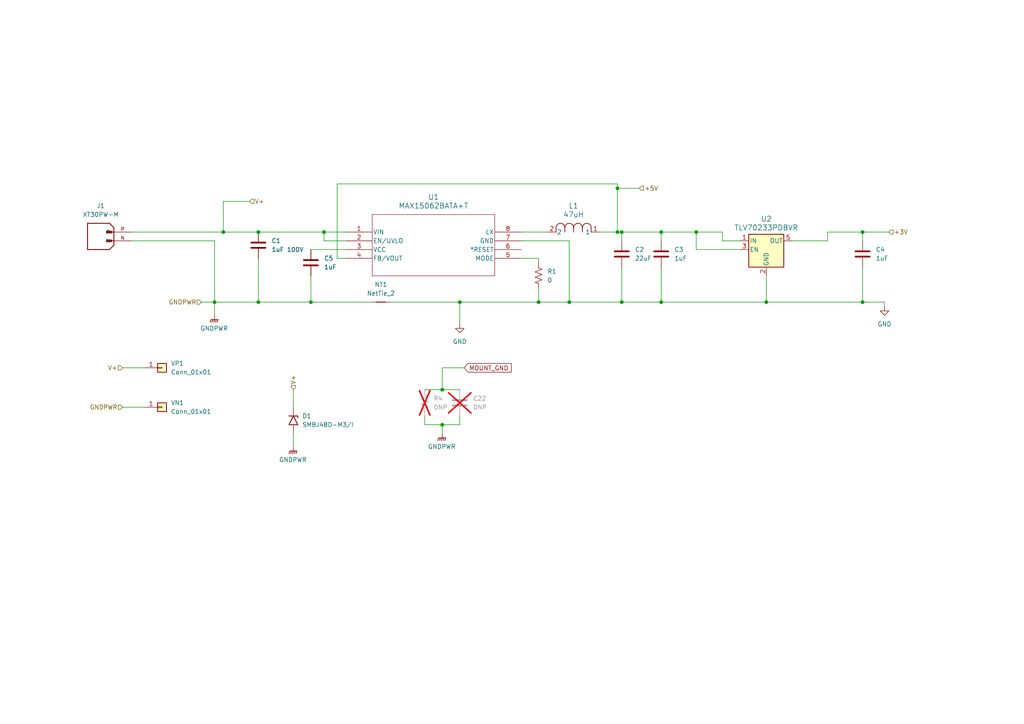
<source format=kicad_sch>
(kicad_sch (version 20230121) (generator eeschema)

  (uuid dcfe6608-41fa-4034-9093-9c6d47fe603e)

  (paper "A4")

  (title_block
    (title "moteus-c1")
    (rev "1.2")
  )

  (lib_symbols
    (symbol "Connector_Generic:Conn_01x01" (pin_names (offset 1.016) hide) (in_bom yes) (on_board yes)
      (property "Reference" "J" (at 0 2.54 0)
        (effects (font (size 1.27 1.27)))
      )
      (property "Value" "Conn_01x01" (at 0 -2.54 0)
        (effects (font (size 1.27 1.27)))
      )
      (property "Footprint" "" (at 0 0 0)
        (effects (font (size 1.27 1.27)) hide)
      )
      (property "Datasheet" "~" (at 0 0 0)
        (effects (font (size 1.27 1.27)) hide)
      )
      (property "ki_keywords" "connector" (at 0 0 0)
        (effects (font (size 1.27 1.27)) hide)
      )
      (property "ki_description" "Generic connector, single row, 01x01, script generated (kicad-library-utils/schlib/autogen/connector/)" (at 0 0 0)
        (effects (font (size 1.27 1.27)) hide)
      )
      (property "ki_fp_filters" "Connector*:*_1x??_*" (at 0 0 0)
        (effects (font (size 1.27 1.27)) hide)
      )
      (symbol "Conn_01x01_1_1"
        (rectangle (start -1.27 0.127) (end 0 -0.127)
          (stroke (width 0.1524) (type default))
          (fill (type none))
        )
        (rectangle (start -1.27 1.27) (end 1.27 -1.27)
          (stroke (width 0.254) (type default))
          (fill (type background))
        )
        (pin passive line (at -5.08 0 0) (length 3.81)
          (name "Pin_1" (effects (font (size 1.27 1.27))))
          (number "1" (effects (font (size 1.27 1.27))))
        )
      )
    )
    (symbol "Device:C" (pin_numbers hide) (pin_names (offset 0.254)) (in_bom yes) (on_board yes)
      (property "Reference" "C" (at 0.635 2.54 0)
        (effects (font (size 1.27 1.27)) (justify left))
      )
      (property "Value" "C" (at 0.635 -2.54 0)
        (effects (font (size 1.27 1.27)) (justify left))
      )
      (property "Footprint" "" (at 0.9652 -3.81 0)
        (effects (font (size 1.27 1.27)) hide)
      )
      (property "Datasheet" "~" (at 0 0 0)
        (effects (font (size 1.27 1.27)) hide)
      )
      (property "ki_keywords" "cap capacitor" (at 0 0 0)
        (effects (font (size 1.27 1.27)) hide)
      )
      (property "ki_description" "Unpolarized capacitor" (at 0 0 0)
        (effects (font (size 1.27 1.27)) hide)
      )
      (property "ki_fp_filters" "C_*" (at 0 0 0)
        (effects (font (size 1.27 1.27)) hide)
      )
      (symbol "C_0_1"
        (polyline
          (pts
            (xy -2.032 -0.762)
            (xy 2.032 -0.762)
          )
          (stroke (width 0.508) (type default))
          (fill (type none))
        )
        (polyline
          (pts
            (xy -2.032 0.762)
            (xy 2.032 0.762)
          )
          (stroke (width 0.508) (type default))
          (fill (type none))
        )
      )
      (symbol "C_1_1"
        (pin passive line (at 0 3.81 270) (length 2.794)
          (name "~" (effects (font (size 1.27 1.27))))
          (number "1" (effects (font (size 1.27 1.27))))
        )
        (pin passive line (at 0 -3.81 90) (length 2.794)
          (name "~" (effects (font (size 1.27 1.27))))
          (number "2" (effects (font (size 1.27 1.27))))
        )
      )
    )
    (symbol "Device:NetTie_2" (pin_numbers hide) (pin_names (offset 0) hide) (in_bom no) (on_board yes)
      (property "Reference" "NT" (at 0 1.27 0)
        (effects (font (size 1.27 1.27)))
      )
      (property "Value" "NetTie_2" (at 0 -1.27 0)
        (effects (font (size 1.27 1.27)))
      )
      (property "Footprint" "" (at 0 0 0)
        (effects (font (size 1.27 1.27)) hide)
      )
      (property "Datasheet" "~" (at 0 0 0)
        (effects (font (size 1.27 1.27)) hide)
      )
      (property "ki_keywords" "net tie short" (at 0 0 0)
        (effects (font (size 1.27 1.27)) hide)
      )
      (property "ki_description" "Net tie, 2 pins" (at 0 0 0)
        (effects (font (size 1.27 1.27)) hide)
      )
      (property "ki_fp_filters" "Net*Tie*" (at 0 0 0)
        (effects (font (size 1.27 1.27)) hide)
      )
      (symbol "NetTie_2_0_1"
        (polyline
          (pts
            (xy -1.27 0)
            (xy 1.27 0)
          )
          (stroke (width 0.254) (type default))
          (fill (type none))
        )
      )
      (symbol "NetTie_2_1_1"
        (pin passive line (at -2.54 0 0) (length 2.54)
          (name "1" (effects (font (size 1.27 1.27))))
          (number "1" (effects (font (size 1.27 1.27))))
        )
        (pin passive line (at 2.54 0 180) (length 2.54)
          (name "2" (effects (font (size 1.27 1.27))))
          (number "2" (effects (font (size 1.27 1.27))))
        )
      )
    )
    (symbol "Device:R_US" (pin_numbers hide) (pin_names (offset 0)) (in_bom yes) (on_board yes)
      (property "Reference" "R" (at 2.54 0 90)
        (effects (font (size 1.27 1.27)))
      )
      (property "Value" "R_US" (at -2.54 0 90)
        (effects (font (size 1.27 1.27)))
      )
      (property "Footprint" "" (at 1.016 -0.254 90)
        (effects (font (size 1.27 1.27)) hide)
      )
      (property "Datasheet" "~" (at 0 0 0)
        (effects (font (size 1.27 1.27)) hide)
      )
      (property "ki_keywords" "R res resistor" (at 0 0 0)
        (effects (font (size 1.27 1.27)) hide)
      )
      (property "ki_description" "Resistor, US symbol" (at 0 0 0)
        (effects (font (size 1.27 1.27)) hide)
      )
      (property "ki_fp_filters" "R_*" (at 0 0 0)
        (effects (font (size 1.27 1.27)) hide)
      )
      (symbol "R_US_0_1"
        (polyline
          (pts
            (xy 0 -2.286)
            (xy 0 -2.54)
          )
          (stroke (width 0) (type default))
          (fill (type none))
        )
        (polyline
          (pts
            (xy 0 2.286)
            (xy 0 2.54)
          )
          (stroke (width 0) (type default))
          (fill (type none))
        )
        (polyline
          (pts
            (xy 0 -0.762)
            (xy 1.016 -1.143)
            (xy 0 -1.524)
            (xy -1.016 -1.905)
            (xy 0 -2.286)
          )
          (stroke (width 0) (type default))
          (fill (type none))
        )
        (polyline
          (pts
            (xy 0 0.762)
            (xy 1.016 0.381)
            (xy 0 0)
            (xy -1.016 -0.381)
            (xy 0 -0.762)
          )
          (stroke (width 0) (type default))
          (fill (type none))
        )
        (polyline
          (pts
            (xy 0 2.286)
            (xy 1.016 1.905)
            (xy 0 1.524)
            (xy -1.016 1.143)
            (xy 0 0.762)
          )
          (stroke (width 0) (type default))
          (fill (type none))
        )
      )
      (symbol "R_US_1_1"
        (pin passive line (at 0 3.81 270) (length 1.27)
          (name "~" (effects (font (size 1.27 1.27))))
          (number "1" (effects (font (size 1.27 1.27))))
        )
        (pin passive line (at 0 -3.81 90) (length 1.27)
          (name "~" (effects (font (size 1.27 1.27))))
          (number "2" (effects (font (size 1.27 1.27))))
        )
      )
    )
    (symbol "Diode:SM6T39A" (pin_numbers hide) (pin_names (offset 1.016) hide) (in_bom yes) (on_board yes)
      (property "Reference" "D" (at 0 2.54 0)
        (effects (font (size 1.27 1.27)))
      )
      (property "Value" "SM6T39A" (at 0 -2.54 0)
        (effects (font (size 1.27 1.27)))
      )
      (property "Footprint" "Diode_SMD:D_SMB" (at 0 -5.08 0)
        (effects (font (size 1.27 1.27)) hide)
      )
      (property "Datasheet" "https://www.st.com/resource/en/datasheet/sm6t.pdf" (at -1.27 0 0)
        (effects (font (size 1.27 1.27)) hide)
      )
      (property "ki_keywords" "diode TVS voltage suppressor" (at 0 0 0)
        (effects (font (size 1.27 1.27)) hide)
      )
      (property "ki_description" "600W unidirectional Transil Transient Voltage Suppressor, 39Vrwm, DO-214AA" (at 0 0 0)
        (effects (font (size 1.27 1.27)) hide)
      )
      (property "ki_fp_filters" "D*SMB*" (at 0 0 0)
        (effects (font (size 1.27 1.27)) hide)
      )
      (symbol "SM6T39A_0_1"
        (polyline
          (pts
            (xy -0.762 1.27)
            (xy -1.27 1.27)
            (xy -1.27 -1.27)
          )
          (stroke (width 0.254) (type default))
          (fill (type none))
        )
        (polyline
          (pts
            (xy 1.27 1.27)
            (xy 1.27 -1.27)
            (xy -1.27 0)
            (xy 1.27 1.27)
          )
          (stroke (width 0.254) (type default))
          (fill (type none))
        )
      )
      (symbol "SM6T39A_1_1"
        (pin passive line (at -3.81 0 0) (length 2.54)
          (name "A1" (effects (font (size 1.27 1.27))))
          (number "1" (effects (font (size 1.27 1.27))))
        )
        (pin passive line (at 3.81 0 180) (length 2.54)
          (name "A2" (effects (font (size 1.27 1.27))))
          (number "2" (effects (font (size 1.27 1.27))))
        )
      )
    )
    (symbol "Regulator_Linear:TLV70233_SOT23-5" (pin_names (offset 0.254)) (in_bom yes) (on_board yes)
      (property "Reference" "U" (at -3.81 5.715 0)
        (effects (font (size 1.27 1.27)))
      )
      (property "Value" "TLV70233_SOT23-5" (at 0 5.715 0)
        (effects (font (size 1.27 1.27)) (justify left))
      )
      (property "Footprint" "Package_TO_SOT_SMD:SOT-23-5" (at 0 8.255 0)
        (effects (font (size 1.27 1.27) italic) hide)
      )
      (property "Datasheet" "http://www.ti.com/lit/ds/symlink/tlv702.pdf" (at 0 1.27 0)
        (effects (font (size 1.27 1.27)) hide)
      )
      (property "ki_keywords" "300mA LDO Regulator Fixed Positive" (at 0 0 0)
        (effects (font (size 1.27 1.27)) hide)
      )
      (property "ki_description" "300mA Low Dropout Voltage Regulator, Fixed Output 3.3V, SOT-23-5" (at 0 0 0)
        (effects (font (size 1.27 1.27)) hide)
      )
      (property "ki_fp_filters" "SOT?23*" (at 0 0 0)
        (effects (font (size 1.27 1.27)) hide)
      )
      (symbol "TLV70233_SOT23-5_0_1"
        (rectangle (start -5.08 4.445) (end 5.08 -5.08)
          (stroke (width 0.254) (type default))
          (fill (type background))
        )
      )
      (symbol "TLV70233_SOT23-5_1_1"
        (pin power_in line (at -7.62 2.54 0) (length 2.54)
          (name "IN" (effects (font (size 1.27 1.27))))
          (number "1" (effects (font (size 1.27 1.27))))
        )
        (pin power_in line (at 0 -7.62 90) (length 2.54)
          (name "GND" (effects (font (size 1.27 1.27))))
          (number "2" (effects (font (size 1.27 1.27))))
        )
        (pin input line (at -7.62 0 0) (length 2.54)
          (name "EN" (effects (font (size 1.27 1.27))))
          (number "3" (effects (font (size 1.27 1.27))))
        )
        (pin no_connect line (at 5.08 0 180) (length 2.54) hide
          (name "NC" (effects (font (size 1.27 1.27))))
          (number "4" (effects (font (size 1.27 1.27))))
        )
        (pin power_out line (at 7.62 2.54 180) (length 2.54)
          (name "OUT" (effects (font (size 1.27 1.27))))
          (number "5" (effects (font (size 1.27 1.27))))
        )
      )
    )
    (symbol "moteus:74404042470" (pin_names (offset 0.254)) (in_bom yes) (on_board yes)
      (property "Reference" "L" (at 6.985 5.08 0)
        (effects (font (size 1.524 1.524)))
      )
      (property "Value" "74404042470" (at 6.985 -2.54 0)
        (effects (font (size 1.524 1.524)))
      )
      (property "Footprint" "IND_4018-WE-LQS_WRE" (at 0 0 0)
        (effects (font (size 1.27 1.27) italic) hide)
      )
      (property "Datasheet" "74404042470" (at 0 0 0)
        (effects (font (size 1.27 1.27) italic) hide)
      )
      (property "ki_locked" "" (at 0 0 0)
        (effects (font (size 1.27 1.27)))
      )
      (property "ki_keywords" "74404042470" (at 0 0 0)
        (effects (font (size 1.27 1.27)) hide)
      )
      (property "ki_fp_filters" "IND_4018-WE-LQS_WRE" (at 0 0 0)
        (effects (font (size 1.27 1.27)) hide)
      )
      (symbol "74404042470_1_1"
        (polyline
          (pts
            (xy 2.54 0)
            (xy 2.54 1.27)
          )
          (stroke (width 0.2032) (type default))
          (fill (type none))
        )
        (polyline
          (pts
            (xy 5.08 0)
            (xy 5.08 1.27)
          )
          (stroke (width 0.2032) (type default))
          (fill (type none))
        )
        (polyline
          (pts
            (xy 7.62 0)
            (xy 7.62 1.27)
          )
          (stroke (width 0.2032) (type default))
          (fill (type none))
        )
        (polyline
          (pts
            (xy 10.16 0)
            (xy 10.16 1.27)
          )
          (stroke (width 0.2032) (type default))
          (fill (type none))
        )
        (polyline
          (pts
            (xy 12.7 0)
            (xy 12.7 1.27)
          )
          (stroke (width 0.2032) (type default))
          (fill (type none))
        )
        (arc (start 5.08 1.27) (mid 3.81 2.5345) (end 2.54 1.27)
          (stroke (width 0.2032) (type default))
          (fill (type none))
        )
        (arc (start 7.62 1.27) (mid 6.35 2.5345) (end 5.08 1.27)
          (stroke (width 0.2032) (type default))
          (fill (type none))
        )
        (arc (start 10.16 1.27) (mid 8.89 2.5345) (end 7.62 1.27)
          (stroke (width 0.2032) (type default))
          (fill (type none))
        )
        (arc (start 12.7 1.27) (mid 11.43 2.5345) (end 10.16 1.27)
          (stroke (width 0.2032) (type default))
          (fill (type none))
        )
        (pin unspecified line (at 15.24 0 180) (length 2.54)
          (name "1" (effects (font (size 1.27 1.27))))
          (number "1" (effects (font (size 1.27 1.27))))
        )
        (pin unspecified line (at 0 0 0) (length 2.54)
          (name "2" (effects (font (size 1.27 1.27))))
          (number "2" (effects (font (size 1.27 1.27))))
        )
      )
      (symbol "74404042470_1_2"
        (arc (start -1.27 5.08) (mid -2.5345 3.81) (end -1.27 2.54)
          (stroke (width 0.2032) (type default))
          (fill (type none))
        )
        (arc (start -1.27 7.62) (mid -2.5345 6.35) (end -1.27 5.08)
          (stroke (width 0.2032) (type default))
          (fill (type none))
        )
        (arc (start -1.27 10.16) (mid -2.5345 8.89) (end -1.27 7.62)
          (stroke (width 0.2032) (type default))
          (fill (type none))
        )
        (arc (start -1.27 12.7) (mid -2.5345 11.43) (end -1.27 10.16)
          (stroke (width 0.2032) (type default))
          (fill (type none))
        )
        (polyline
          (pts
            (xy 0 2.54)
            (xy -1.27 2.54)
          )
          (stroke (width 0.2032) (type default))
          (fill (type none))
        )
        (polyline
          (pts
            (xy 0 5.08)
            (xy -1.27 5.08)
          )
          (stroke (width 0.2032) (type default))
          (fill (type none))
        )
        (polyline
          (pts
            (xy 0 7.62)
            (xy -1.27 7.62)
          )
          (stroke (width 0.2032) (type default))
          (fill (type none))
        )
        (polyline
          (pts
            (xy 0 10.16)
            (xy -1.27 10.16)
          )
          (stroke (width 0.2032) (type default))
          (fill (type none))
        )
        (polyline
          (pts
            (xy 0 12.7)
            (xy -1.27 12.7)
          )
          (stroke (width 0.2032) (type default))
          (fill (type none))
        )
        (pin unspecified line (at 0 15.24 270) (length 2.54)
          (name "1" (effects (font (size 1.27 1.27))))
          (number "1" (effects (font (size 1.27 1.27))))
        )
        (pin unspecified line (at 0 0 90) (length 2.54)
          (name "2" (effects (font (size 1.27 1.27))))
          (number "2" (effects (font (size 1.27 1.27))))
        )
      )
    )
    (symbol "moteus:MAX15062BATA+T" (pin_names (offset 0.254)) (in_bom yes) (on_board yes)
      (property "Reference" "U" (at 25.4 10.16 0)
        (effects (font (size 1.524 1.524)))
      )
      (property "Value" "MAX15062BATA+T" (at 25.4 7.62 0)
        (effects (font (size 1.524 1.524)))
      )
      (property "Footprint" "21-0487A_MXM" (at 0 0 0)
        (effects (font (size 1.27 1.27) italic) hide)
      )
      (property "Datasheet" "MAX15062BATA+T" (at 0 0 0)
        (effects (font (size 1.27 1.27) italic) hide)
      )
      (property "ki_locked" "" (at 0 0 0)
        (effects (font (size 1.27 1.27)))
      )
      (property "ki_keywords" "MAX15062BATA+T" (at 0 0 0)
        (effects (font (size 1.27 1.27)) hide)
      )
      (property "ki_fp_filters" "21-0487A_MXM 21-0487A_MXM-M 21-0487A_MXM-L" (at 0 0 0)
        (effects (font (size 1.27 1.27)) hide)
      )
      (symbol "MAX15062BATA+T_0_1"
        (polyline
          (pts
            (xy 7.62 -12.7)
            (xy 43.18 -12.7)
          )
          (stroke (width 0.127) (type default))
          (fill (type none))
        )
        (polyline
          (pts
            (xy 7.62 5.08)
            (xy 7.62 -12.7)
          )
          (stroke (width 0.127) (type default))
          (fill (type none))
        )
        (polyline
          (pts
            (xy 43.18 -12.7)
            (xy 43.18 5.08)
          )
          (stroke (width 0.127) (type default))
          (fill (type none))
        )
        (polyline
          (pts
            (xy 43.18 5.08)
            (xy 7.62 5.08)
          )
          (stroke (width 0.127) (type default))
          (fill (type none))
        )
        (pin input line (at 0 0 0) (length 7.62)
          (name "VIN" (effects (font (size 1.27 1.27))))
          (number "1" (effects (font (size 1.27 1.27))))
        )
        (pin input line (at 0 -2.54 0) (length 7.62)
          (name "EN/UVLO" (effects (font (size 1.27 1.27))))
          (number "2" (effects (font (size 1.27 1.27))))
        )
        (pin power_in line (at 0 -5.08 0) (length 7.62)
          (name "VCC" (effects (font (size 1.27 1.27))))
          (number "3" (effects (font (size 1.27 1.27))))
        )
        (pin bidirectional line (at 0 -7.62 0) (length 7.62)
          (name "FB/VOUT" (effects (font (size 1.27 1.27))))
          (number "4" (effects (font (size 1.27 1.27))))
        )
        (pin input line (at 50.8 -7.62 180) (length 7.62)
          (name "MODE" (effects (font (size 1.27 1.27))))
          (number "5" (effects (font (size 1.27 1.27))))
        )
        (pin output line (at 50.8 -5.08 180) (length 7.62)
          (name "*RESET" (effects (font (size 1.27 1.27))))
          (number "6" (effects (font (size 1.27 1.27))))
        )
        (pin power_in line (at 50.8 -2.54 180) (length 7.62)
          (name "GND" (effects (font (size 1.27 1.27))))
          (number "7" (effects (font (size 1.27 1.27))))
        )
        (pin unspecified line (at 50.8 0 180) (length 7.62)
          (name "LX" (effects (font (size 1.27 1.27))))
          (number "8" (effects (font (size 1.27 1.27))))
        )
      )
    )
    (symbol "moteus:XT30PW-M" (pin_names (offset 1.016)) (in_bom yes) (on_board yes)
      (property "Reference" "J" (at -7.62 3.302 0)
        (effects (font (size 1.27 1.27)) (justify left bottom))
      )
      (property "Value" "XT30PW-M" (at -7.62 -7.62 0)
        (effects (font (size 1.27 1.27)) (justify left bottom))
      )
      (property "Footprint" "XT30PW-M:AMASS_XT30PW-M" (at 0 0 0)
        (effects (font (size 1.27 1.27)) (justify bottom) hide)
      )
      (property "Datasheet" "" (at 0 0 0)
        (effects (font (size 1.27 1.27)) hide)
      )
      (property "MF" "AMASS" (at 0 0 0)
        (effects (font (size 1.27 1.27)) (justify bottom) hide)
      )
      (property "MAXIMUM_PACKAGE_HEIGHT" "5 mm" (at 0 0 0)
        (effects (font (size 1.27 1.27)) (justify bottom) hide)
      )
      (property "Package" "None" (at 0 0 0)
        (effects (font (size 1.27 1.27)) (justify bottom) hide)
      )
      (property "Price" "None" (at 0 0 0)
        (effects (font (size 1.27 1.27)) (justify bottom) hide)
      )
      (property "Check_prices" "https://www.snapeda.com/parts/XT30PW-M/AMASS/view-part/?ref=eda" (at 0 0 0)
        (effects (font (size 1.27 1.27)) (justify bottom) hide)
      )
      (property "STANDARD" "Manufacturer Recommendations" (at 0 0 0)
        (effects (font (size 1.27 1.27)) (justify bottom) hide)
      )
      (property "PARTREV" "1.2" (at 0 0 0)
        (effects (font (size 1.27 1.27)) (justify bottom) hide)
      )
      (property "SnapEDA_Link" "https://www.snapeda.com/parts/XT30PW-M/AMASS/view-part/?ref=snap" (at 0 0 0)
        (effects (font (size 1.27 1.27)) (justify bottom) hide)
      )
      (property "MP" "XT30PW-M" (at 0 0 0)
        (effects (font (size 1.27 1.27)) (justify bottom) hide)
      )
      (property "Description" "\nSocket; DC supply; XT30; male; PIN: 2; on PCBs; THT; Colour: yellow\n" (at 0 0 0)
        (effects (font (size 1.27 1.27)) (justify bottom) hide)
      )
      (property "MANUFACTURER" "Amass" (at 0 0 0)
        (effects (font (size 1.27 1.27)) (justify bottom) hide)
      )
      (property "Availability" "Not in stock" (at 0 0 0)
        (effects (font (size 1.27 1.27)) (justify bottom) hide)
      )
      (property "SNAPEDA_PN" "XT30PW-M" (at 0 0 0)
        (effects (font (size 1.27 1.27)) (justify bottom) hide)
      )
      (symbol "XT30PW-M_0_0"
        (rectangle (start -2.2225 -2.8575) (end -0.635 -2.2225)
          (stroke (width 0.1) (type default))
          (fill (type outline))
        )
        (rectangle (start -2.2225 -0.3175) (end -0.635 0.3175)
          (stroke (width 0.1) (type default))
          (fill (type outline))
        )
        (polyline
          (pts
            (xy -7.62 -5.08)
            (xy -7.62 2.54)
          )
          (stroke (width 0.254) (type default))
          (fill (type none))
        )
        (polyline
          (pts
            (xy -7.62 2.54)
            (xy -1.27 2.54)
          )
          (stroke (width 0.254) (type default))
          (fill (type none))
        )
        (polyline
          (pts
            (xy -1.27 -5.08)
            (xy -7.62 -5.08)
          )
          (stroke (width 0.254) (type default))
          (fill (type none))
        )
        (polyline
          (pts
            (xy 0 -3.81)
            (xy -1.27 -5.08)
          )
          (stroke (width 0.254) (type default))
          (fill (type none))
        )
        (polyline
          (pts
            (xy 0 -2.54)
            (xy -1.905 -2.54)
          )
          (stroke (width 0.254) (type default))
          (fill (type none))
        )
        (polyline
          (pts
            (xy 0 0)
            (xy -1.905 0)
          )
          (stroke (width 0.254) (type default))
          (fill (type none))
        )
        (polyline
          (pts
            (xy 0 0)
            (xy 0 -3.81)
          )
          (stroke (width 0.254) (type default))
          (fill (type none))
        )
        (polyline
          (pts
            (xy 0 1.27)
            (xy -1.27 2.54)
          )
          (stroke (width 0.254) (type default))
          (fill (type none))
        )
        (polyline
          (pts
            (xy 0 1.27)
            (xy 0 0)
          )
          (stroke (width 0.254) (type default))
          (fill (type none))
        )
        (pin power_in line (at 5.08 -2.54 180) (length 5.08)
          (name "N" (effects (font (size 1.016 1.016))))
          (number "N" (effects (font (size 1.016 1.016))))
        )
        (pin power_in line (at 5.08 0 180) (length 5.08)
          (name "P" (effects (font (size 1.016 1.016))))
          (number "P" (effects (font (size 1.016 1.016))))
        )
      )
    )
    (symbol "power:GND" (power) (pin_names (offset 0)) (in_bom yes) (on_board yes)
      (property "Reference" "#PWR" (at 0 -6.35 0)
        (effects (font (size 1.27 1.27)) hide)
      )
      (property "Value" "GND" (at 0 -3.81 0)
        (effects (font (size 1.27 1.27)))
      )
      (property "Footprint" "" (at 0 0 0)
        (effects (font (size 1.27 1.27)) hide)
      )
      (property "Datasheet" "" (at 0 0 0)
        (effects (font (size 1.27 1.27)) hide)
      )
      (property "ki_keywords" "global power" (at 0 0 0)
        (effects (font (size 1.27 1.27)) hide)
      )
      (property "ki_description" "Power symbol creates a global label with name \"GND\" , ground" (at 0 0 0)
        (effects (font (size 1.27 1.27)) hide)
      )
      (symbol "GND_0_1"
        (polyline
          (pts
            (xy 0 0)
            (xy 0 -1.27)
            (xy 1.27 -1.27)
            (xy 0 -2.54)
            (xy -1.27 -1.27)
            (xy 0 -1.27)
          )
          (stroke (width 0) (type default))
          (fill (type none))
        )
      )
      (symbol "GND_1_1"
        (pin power_in line (at 0 0 270) (length 0) hide
          (name "GND" (effects (font (size 1.27 1.27))))
          (number "1" (effects (font (size 1.27 1.27))))
        )
      )
    )
    (symbol "power:GNDPWR" (power) (pin_names (offset 0)) (in_bom yes) (on_board yes)
      (property "Reference" "#PWR" (at 0 -5.08 0)
        (effects (font (size 1.27 1.27)) hide)
      )
      (property "Value" "GNDPWR" (at 0 -3.302 0)
        (effects (font (size 1.27 1.27)))
      )
      (property "Footprint" "" (at 0 -1.27 0)
        (effects (font (size 1.27 1.27)) hide)
      )
      (property "Datasheet" "" (at 0 -1.27 0)
        (effects (font (size 1.27 1.27)) hide)
      )
      (property "ki_keywords" "global ground" (at 0 0 0)
        (effects (font (size 1.27 1.27)) hide)
      )
      (property "ki_description" "Power symbol creates a global label with name \"GNDPWR\" , global ground" (at 0 0 0)
        (effects (font (size 1.27 1.27)) hide)
      )
      (symbol "GNDPWR_0_1"
        (polyline
          (pts
            (xy 0 -1.27)
            (xy 0 0)
          )
          (stroke (width 0) (type default))
          (fill (type none))
        )
        (polyline
          (pts
            (xy -1.016 -1.27)
            (xy -1.27 -2.032)
            (xy -1.27 -2.032)
          )
          (stroke (width 0.2032) (type default))
          (fill (type none))
        )
        (polyline
          (pts
            (xy -0.508 -1.27)
            (xy -0.762 -2.032)
            (xy -0.762 -2.032)
          )
          (stroke (width 0.2032) (type default))
          (fill (type none))
        )
        (polyline
          (pts
            (xy 0 -1.27)
            (xy -0.254 -2.032)
            (xy -0.254 -2.032)
          )
          (stroke (width 0.2032) (type default))
          (fill (type none))
        )
        (polyline
          (pts
            (xy 0.508 -1.27)
            (xy 0.254 -2.032)
            (xy 0.254 -2.032)
          )
          (stroke (width 0.2032) (type default))
          (fill (type none))
        )
        (polyline
          (pts
            (xy 1.016 -1.27)
            (xy -1.016 -1.27)
            (xy -1.016 -1.27)
          )
          (stroke (width 0.2032) (type default))
          (fill (type none))
        )
        (polyline
          (pts
            (xy 1.016 -1.27)
            (xy 0.762 -2.032)
            (xy 0.762 -2.032)
            (xy 0.762 -2.032)
          )
          (stroke (width 0.2032) (type default))
          (fill (type none))
        )
      )
      (symbol "GNDPWR_1_1"
        (pin power_in line (at 0 0 270) (length 0) hide
          (name "GNDPWR" (effects (font (size 1.27 1.27))))
          (number "1" (effects (font (size 1.27 1.27))))
        )
      )
    )
  )

  (junction (at 250.19 87.63) (diameter 0) (color 0 0 0 0)
    (uuid 02f0439c-0a34-4581-a7cd-4b6b5e0b678e)
  )
  (junction (at 250.19 67.31) (diameter 0) (color 0 0 0 0)
    (uuid 06fd9b61-5d90-48a9-a6f7-f4ffc90276f6)
  )
  (junction (at 128.27 113.03) (diameter 0) (color 0 0 0 0)
    (uuid 290dc2aa-63b4-4e72-95a5-91430e97422a)
  )
  (junction (at 74.93 87.63) (diameter 0) (color 0 0 0 0)
    (uuid 540f6648-1d05-4d1f-902f-736dde0e53ad)
  )
  (junction (at 180.34 67.31) (diameter 0) (color 0 0 0 0)
    (uuid 61cf81db-a22c-4081-9a7f-9e68164fe6a7)
  )
  (junction (at 74.93 67.31) (diameter 0) (color 0 0 0 0)
    (uuid 7259fc29-6a46-4170-98fb-b7a1e8922414)
  )
  (junction (at 62.23 87.63) (diameter 0) (color 0 0 0 0)
    (uuid 793b5c90-b7d0-4700-8b6e-c0ab002b445f)
  )
  (junction (at 179.07 54.61) (diameter 0) (color 0 0 0 0)
    (uuid 7c25f165-73e9-4228-b776-0342ebe749eb)
  )
  (junction (at 90.17 87.63) (diameter 0) (color 0 0 0 0)
    (uuid a497c831-e865-4473-8c66-1e14faa6eba2)
  )
  (junction (at 165.1 87.63) (diameter 0) (color 0 0 0 0)
    (uuid ae5841a4-6323-449f-8514-089568df2d72)
  )
  (junction (at 156.21 87.63) (diameter 0) (color 0 0 0 0)
    (uuid c9f0c3a2-0085-4c71-b165-0d621ec9dc24)
  )
  (junction (at 93.98 67.31) (diameter 0) (color 0 0 0 0)
    (uuid caba8f4e-756c-4f44-b15b-06adf1bfafec)
  )
  (junction (at 64.77 67.31) (diameter 0) (color 0 0 0 0)
    (uuid d451682a-b3a5-45ad-8101-53628111b0d7)
  )
  (junction (at 128.27 123.19) (diameter 0) (color 0 0 0 0)
    (uuid d9eaaf60-f415-4513-8f8c-b2751ff6b153)
  )
  (junction (at 133.35 87.63) (diameter 0) (color 0 0 0 0)
    (uuid dca14cb1-4100-4974-8630-8dab7fd6b0fc)
  )
  (junction (at 191.77 87.63) (diameter 0) (color 0 0 0 0)
    (uuid e421cb04-5622-4490-ac15-52ec28c86207)
  )
  (junction (at 191.77 67.31) (diameter 0) (color 0 0 0 0)
    (uuid edf0df93-4b07-474b-aee6-1c9e52d44a48)
  )
  (junction (at 222.25 87.63) (diameter 0) (color 0 0 0 0)
    (uuid f1af8860-c4f9-48cc-b71e-5f89dec11aa3)
  )
  (junction (at 180.34 87.63) (diameter 0) (color 0 0 0 0)
    (uuid f41269a1-c0a4-44e4-99bb-e0beb73006a1)
  )
  (junction (at 201.93 67.31) (diameter 0) (color 0 0 0 0)
    (uuid f9cddb91-7572-4a81-8b30-c9fd965c51d8)
  )
  (junction (at 179.07 67.31) (diameter 0) (color 0 0 0 0)
    (uuid fbdfa14a-8e01-4152-ba5c-12792fe5725e)
  )

  (wire (pts (xy 191.77 69.85) (xy 191.77 67.31))
    (stroke (width 0) (type default))
    (uuid 05714ade-0fdf-453b-9695-21a4c3105cc6)
  )
  (wire (pts (xy 250.19 87.63) (xy 250.19 77.47))
    (stroke (width 0) (type default))
    (uuid 0f706dab-bd54-4876-9def-4c054873f0ea)
  )
  (wire (pts (xy 93.98 67.31) (xy 100.33 67.31))
    (stroke (width 0) (type default))
    (uuid 1068607f-d21f-4852-b030-93329fe8c9ae)
  )
  (wire (pts (xy 35.56 118.11) (xy 41.91 118.11))
    (stroke (width 0) (type default))
    (uuid 106bd490-2302-4759-a4c6-9bc4e11c37fa)
  )
  (wire (pts (xy 133.35 123.19) (xy 133.35 120.65))
    (stroke (width 0) (type default))
    (uuid 119225f1-252c-45b5-a716-9e20538711ce)
  )
  (wire (pts (xy 64.77 67.31) (xy 74.93 67.31))
    (stroke (width 0) (type default))
    (uuid 1754d6d8-70d5-4bfb-aeb4-92962ce029f7)
  )
  (wire (pts (xy 74.93 67.31) (xy 93.98 67.31))
    (stroke (width 0) (type default))
    (uuid 1bbf7d9f-40c0-4494-8975-52c068e29c32)
  )
  (wire (pts (xy 85.09 125.73) (xy 85.09 129.54))
    (stroke (width 0) (type default))
    (uuid 1ec788e6-56e8-4bbc-ad12-e1db0bf32327)
  )
  (wire (pts (xy 64.77 58.42) (xy 64.77 67.31))
    (stroke (width 0) (type default))
    (uuid 1ef5ea9f-49e4-468d-99eb-92a85550b516)
  )
  (wire (pts (xy 180.34 87.63) (xy 165.1 87.63))
    (stroke (width 0) (type default))
    (uuid 26ce87fd-9bfd-4b12-b4e0-84eac405e49f)
  )
  (wire (pts (xy 229.87 69.85) (xy 240.03 69.85))
    (stroke (width 0) (type default))
    (uuid 27f10cf7-97ba-428a-9308-c37050463293)
  )
  (wire (pts (xy 201.93 72.39) (xy 214.63 72.39))
    (stroke (width 0) (type default))
    (uuid 312a6e4c-1efb-4db3-b279-96f013f6685a)
  )
  (wire (pts (xy 180.34 87.63) (xy 180.34 77.47))
    (stroke (width 0) (type default))
    (uuid 34019bde-5c35-47a1-b987-755492989cf6)
  )
  (wire (pts (xy 128.27 106.68) (xy 134.62 106.68))
    (stroke (width 0) (type default))
    (uuid 3b3db30e-69bf-4beb-8c50-43df7108d77f)
  )
  (wire (pts (xy 191.77 67.31) (xy 180.34 67.31))
    (stroke (width 0) (type default))
    (uuid 3bc02f6f-ee9b-4ff6-bb67-a7a70f190c6a)
  )
  (wire (pts (xy 179.07 53.34) (xy 97.79 53.34))
    (stroke (width 0) (type default))
    (uuid 428e41cc-0e24-4d89-8ab1-5065a4fb9a35)
  )
  (wire (pts (xy 250.19 67.31) (xy 250.19 69.85))
    (stroke (width 0) (type default))
    (uuid 4410d9fd-eb4a-4d4e-99c5-92714510b269)
  )
  (wire (pts (xy 209.55 67.31) (xy 209.55 69.85))
    (stroke (width 0) (type default))
    (uuid 4d7316dd-24aa-41e2-ad12-f04fd32a7fcc)
  )
  (wire (pts (xy 250.19 87.63) (xy 256.54 87.63))
    (stroke (width 0) (type default))
    (uuid 4f99a72f-abfe-4dfc-b8e3-b16e5aaa7a6a)
  )
  (wire (pts (xy 156.21 87.63) (xy 156.21 83.82))
    (stroke (width 0) (type default))
    (uuid 50fc1c7a-7ceb-422c-a461-4010c4ecaed9)
  )
  (wire (pts (xy 151.13 69.85) (xy 165.1 69.85))
    (stroke (width 0) (type default))
    (uuid 550cc423-d023-4697-b003-afd6c41973de)
  )
  (wire (pts (xy 222.25 87.63) (xy 191.77 87.63))
    (stroke (width 0) (type default))
    (uuid 56aaae0d-eb4f-4b55-9612-794044ec73fb)
  )
  (wire (pts (xy 97.79 74.93) (xy 100.33 74.93))
    (stroke (width 0) (type default))
    (uuid 571f23bb-a6c1-4ef1-91a0-2cd9b0aebe6d)
  )
  (wire (pts (xy 100.33 69.85) (xy 93.98 69.85))
    (stroke (width 0) (type default))
    (uuid 5a1d440f-c265-4812-a97a-c02229a348a6)
  )
  (wire (pts (xy 179.07 53.34) (xy 179.07 54.61))
    (stroke (width 0) (type default))
    (uuid 5c31ab42-485d-4ac8-996f-bf3fe7c8a758)
  )
  (wire (pts (xy 128.27 106.68) (xy 128.27 113.03))
    (stroke (width 0) (type default))
    (uuid 6201aa98-a486-4c21-ba77-c6a8f9f7d679)
  )
  (wire (pts (xy 201.93 67.31) (xy 209.55 67.31))
    (stroke (width 0) (type default))
    (uuid 68ca0d5d-d8c3-4bdf-89e1-6d3d3b592a40)
  )
  (wire (pts (xy 123.19 113.03) (xy 128.27 113.03))
    (stroke (width 0) (type default))
    (uuid 7011fa22-a2b7-44b1-b229-15940d4d266d)
  )
  (wire (pts (xy 93.98 67.31) (xy 93.98 69.85))
    (stroke (width 0) (type default))
    (uuid 784de459-9e5f-4e49-88c3-2e6be71281f8)
  )
  (wire (pts (xy 38.1 69.85) (xy 62.23 69.85))
    (stroke (width 0) (type default))
    (uuid 85030f33-71c2-4a43-b87a-0efb8ad99664)
  )
  (wire (pts (xy 62.23 87.63) (xy 62.23 91.44))
    (stroke (width 0) (type default))
    (uuid 86774004-3a37-4859-9968-526ecc3ee69d)
  )
  (wire (pts (xy 133.35 87.63) (xy 133.35 93.98))
    (stroke (width 0) (type default))
    (uuid 8923f5d1-00a7-4354-b9b7-f968fd390e06)
  )
  (wire (pts (xy 90.17 80.01) (xy 90.17 87.63))
    (stroke (width 0) (type default))
    (uuid 898e43b5-115d-42ff-8e26-ba7098f1280b)
  )
  (wire (pts (xy 74.93 87.63) (xy 90.17 87.63))
    (stroke (width 0) (type default))
    (uuid 91cf477f-80ac-421c-9d12-8df973fb833e)
  )
  (wire (pts (xy 97.79 53.34) (xy 97.79 74.93))
    (stroke (width 0) (type default))
    (uuid 961f8dca-0bc5-4130-a1f8-8134fc8839f2)
  )
  (wire (pts (xy 72.39 58.42) (xy 64.77 58.42))
    (stroke (width 0) (type default))
    (uuid 9b2db08b-6ffe-4309-80e9-9a6294de89e3)
  )
  (wire (pts (xy 256.54 87.63) (xy 256.54 88.9))
    (stroke (width 0) (type default))
    (uuid 9be7a135-26e8-43e9-80ea-7ffdaf1f1d8a)
  )
  (wire (pts (xy 35.56 106.68) (xy 41.91 106.68))
    (stroke (width 0) (type default))
    (uuid 9e29b18c-7298-4b44-a4f3-d6b07cee25ec)
  )
  (wire (pts (xy 250.19 67.31) (xy 257.81 67.31))
    (stroke (width 0) (type default))
    (uuid 9efaf4ea-5eca-413e-be38-b66d93201fce)
  )
  (wire (pts (xy 240.03 67.31) (xy 250.19 67.31))
    (stroke (width 0) (type default))
    (uuid a270eaa6-b4d3-450e-8cbd-46a7bdb45ad7)
  )
  (wire (pts (xy 165.1 69.85) (xy 165.1 87.63))
    (stroke (width 0) (type default))
    (uuid a60c5c5c-665b-4d00-8222-51e79d07f249)
  )
  (wire (pts (xy 173.99 67.31) (xy 179.07 67.31))
    (stroke (width 0) (type default))
    (uuid a90e2701-1a1b-40fa-b4ba-dee43dd709c5)
  )
  (wire (pts (xy 201.93 72.39) (xy 201.93 67.31))
    (stroke (width 0) (type default))
    (uuid aaba0900-cb72-47f9-8604-00c0e5262f5e)
  )
  (wire (pts (xy 74.93 74.93) (xy 74.93 87.63))
    (stroke (width 0) (type default))
    (uuid abed5535-0261-4aa4-a736-e38d407d6e70)
  )
  (wire (pts (xy 62.23 87.63) (xy 74.93 87.63))
    (stroke (width 0) (type default))
    (uuid b05d5914-52fc-4bfe-bfd4-57ec34f9eed7)
  )
  (wire (pts (xy 165.1 87.63) (xy 156.21 87.63))
    (stroke (width 0) (type default))
    (uuid b0c7ffe3-5a26-4f39-9b92-3dddacaeafeb)
  )
  (wire (pts (xy 191.77 87.63) (xy 191.77 77.47))
    (stroke (width 0) (type default))
    (uuid b476138c-44e2-4f4b-877b-133c3523a408)
  )
  (wire (pts (xy 90.17 87.63) (xy 107.95 87.63))
    (stroke (width 0) (type default))
    (uuid b492270c-c3a9-44f9-90d9-ae557fdf9c22)
  )
  (wire (pts (xy 128.27 113.03) (xy 133.35 113.03))
    (stroke (width 0) (type default))
    (uuid b5812416-a52a-443f-9b5b-66e6a853aa6d)
  )
  (wire (pts (xy 209.55 69.85) (xy 214.63 69.85))
    (stroke (width 0) (type default))
    (uuid b80f0e22-cf62-4381-a596-5ed4a3b26b95)
  )
  (wire (pts (xy 156.21 87.63) (xy 133.35 87.63))
    (stroke (width 0) (type default))
    (uuid b89e66a2-749b-4f6a-b01b-8a68ac32c490)
  )
  (wire (pts (xy 151.13 74.93) (xy 156.21 74.93))
    (stroke (width 0) (type default))
    (uuid b91a2ef3-ad41-45b4-be28-edf585eb7f13)
  )
  (wire (pts (xy 179.07 54.61) (xy 179.07 67.31))
    (stroke (width 0) (type default))
    (uuid ba301eb9-afb7-4c60-8330-1341bc25a446)
  )
  (wire (pts (xy 128.27 123.19) (xy 128.27 125.73))
    (stroke (width 0) (type default))
    (uuid bd814b56-70cf-42ef-8ee7-5e20635850a7)
  )
  (wire (pts (xy 85.09 113.03) (xy 85.09 118.11))
    (stroke (width 0) (type default))
    (uuid c0960a4f-c606-4aa3-86bf-4418017e10ee)
  )
  (wire (pts (xy 191.77 87.63) (xy 180.34 87.63))
    (stroke (width 0) (type default))
    (uuid c1a87d7c-d0d6-425b-ba44-9592c8a489a1)
  )
  (wire (pts (xy 38.1 67.31) (xy 64.77 67.31))
    (stroke (width 0) (type default))
    (uuid c29b5722-944f-4bc5-87c2-dc13e938ea44)
  )
  (wire (pts (xy 123.19 123.19) (xy 128.27 123.19))
    (stroke (width 0) (type default))
    (uuid c713d5d5-1cf3-4689-b32f-6fea326096c4)
  )
  (wire (pts (xy 180.34 67.31) (xy 179.07 67.31))
    (stroke (width 0) (type default))
    (uuid c82af07b-080c-4381-80a0-2ec5eb59fd46)
  )
  (wire (pts (xy 90.17 72.39) (xy 100.33 72.39))
    (stroke (width 0) (type default))
    (uuid c85b985f-bb96-4434-a95f-7008cebb2bdf)
  )
  (wire (pts (xy 58.42 87.63) (xy 62.23 87.63))
    (stroke (width 0) (type default))
    (uuid c900898c-47b1-4a95-befd-1fba01c4928b)
  )
  (wire (pts (xy 128.27 123.19) (xy 133.35 123.19))
    (stroke (width 0) (type default))
    (uuid cb603e23-0941-4f96-8c8a-12f1a4fd18dd)
  )
  (wire (pts (xy 151.13 67.31) (xy 158.75 67.31))
    (stroke (width 0) (type default))
    (uuid ce8247a0-402f-4d4a-b6e5-4cceb7424078)
  )
  (wire (pts (xy 240.03 69.85) (xy 240.03 67.31))
    (stroke (width 0) (type default))
    (uuid d6a26238-47f0-44d1-8481-d4bdd4ee025a)
  )
  (wire (pts (xy 179.07 54.61) (xy 185.42 54.61))
    (stroke (width 0) (type default))
    (uuid dab7b257-eb5b-45a5-a157-c63c7d2400d7)
  )
  (wire (pts (xy 222.25 87.63) (xy 222.25 80.01))
    (stroke (width 0) (type default))
    (uuid df66accd-4483-4224-a685-7738a469d9e2)
  )
  (wire (pts (xy 222.25 87.63) (xy 250.19 87.63))
    (stroke (width 0) (type default))
    (uuid e15e9b4c-4078-4a2b-883a-90a321f2c03c)
  )
  (wire (pts (xy 180.34 69.85) (xy 180.34 67.31))
    (stroke (width 0) (type default))
    (uuid e31ddfc0-ae55-4e74-901d-173b7029f150)
  )
  (wire (pts (xy 123.19 120.65) (xy 123.19 123.19))
    (stroke (width 0) (type default))
    (uuid eb9b12e4-1bdd-4907-80ab-f915fe5ea832)
  )
  (wire (pts (xy 191.77 67.31) (xy 201.93 67.31))
    (stroke (width 0) (type default))
    (uuid ee2ede33-e195-4cd8-8e5b-4cdff45aa963)
  )
  (wire (pts (xy 113.03 87.63) (xy 133.35 87.63))
    (stroke (width 0) (type default))
    (uuid f0f41189-ff56-44d4-837c-94d20da5a44e)
  )
  (wire (pts (xy 62.23 69.85) (xy 62.23 87.63))
    (stroke (width 0) (type default))
    (uuid f9e50e94-1780-453e-95d3-8590e875260b)
  )
  (wire (pts (xy 156.21 74.93) (xy 156.21 76.2))
    (stroke (width 0) (type default))
    (uuid fde541a0-b1ec-4857-9e8f-f2fccb58bfbf)
  )

  (global_label "MOUNT_GND" (shape input) (at 134.62 106.68 0) (fields_autoplaced)
    (effects (font (size 1.27 1.27)) (justify left))
    (uuid 035fc42b-9fe0-4bcb-a8cc-e556e1e5786e)
    (property "Intersheetrefs" "${INTERSHEET_REFS}" (at 148.8538 106.68 0)
      (effects (font (size 1.27 1.27)) (justify left) hide)
    )
  )

  (hierarchical_label "+3V" (shape input) (at 257.81 67.31 0) (fields_autoplaced)
    (effects (font (size 1.27 1.27)) (justify left))
    (uuid 061ecd59-22d4-4995-9198-953edf4d0095)
  )
  (hierarchical_label "V+" (shape input) (at 72.39 58.42 0) (fields_autoplaced)
    (effects (font (size 1.27 1.27)) (justify left))
    (uuid 0c98cb86-7364-4b54-bb6c-9a32174df1a2)
  )
  (hierarchical_label "GNDPWR" (shape input) (at 58.42 87.63 180) (fields_autoplaced)
    (effects (font (size 1.27 1.27)) (justify right))
    (uuid 23bdc516-1a12-41a4-900e-21ccec0ccc75)
  )
  (hierarchical_label "V+" (shape input) (at 85.09 113.03 90) (fields_autoplaced)
    (effects (font (size 1.27 1.27)) (justify left))
    (uuid 5ab3873c-8a63-4fbf-a0ae-1eed3231b08b)
  )
  (hierarchical_label "+5V" (shape input) (at 185.42 54.61 0) (fields_autoplaced)
    (effects (font (size 1.27 1.27)) (justify left))
    (uuid a18f12c5-90b0-4964-8b03-7efdb0aea387)
  )
  (hierarchical_label "GNDPWR" (shape input) (at 35.56 118.11 180) (fields_autoplaced)
    (effects (font (size 1.27 1.27)) (justify right))
    (uuid c1b0c2c5-752f-44e7-8833-bf89ca10f72e)
  )
  (hierarchical_label "V+" (shape input) (at 35.56 106.68 180) (fields_autoplaced)
    (effects (font (size 1.27 1.27)) (justify right))
    (uuid c42f6ba3-a725-4c3d-8450-2c5fd1f9da94)
  )

  (symbol (lib_id "Diode:SM6T39A") (at 85.09 121.92 270) (unit 1)
    (in_bom yes) (on_board yes) (dnp no) (fields_autoplaced)
    (uuid 07f6dbae-9071-4cc1-9737-a9180ee03699)
    (property "Reference" "D1" (at 87.63 120.65 90)
      (effects (font (size 1.27 1.27)) (justify left))
    )
    (property "Value" "SMBJ48D-M3/I" (at 87.63 123.19 90)
      (effects (font (size 1.27 1.27)) (justify left))
    )
    (property "Footprint" "Diode_SMD:D_SMB" (at 80.01 121.92 0)
      (effects (font (size 1.27 1.27)) hide)
    )
    (property "Datasheet" "https://www.st.com/resource/en/datasheet/sm6t.pdf" (at 85.09 120.65 0)
      (effects (font (size 1.27 1.27)) hide)
    )
    (property "MPN" "SMBJ48D-M3/I" (at 85.09 121.92 90)
      (effects (font (size 1.27 1.27)) hide)
    )
    (property "MF" "VISHAY" (at 85.09 121.92 90)
      (effects (font (size 1.27 1.27)) hide)
    )
    (property "POPULATE" "1" (at 85.09 121.92 90)
      (effects (font (size 1.27 1.27)) hide)
    )
    (pin "1" (uuid 9e31b085-d33b-4464-9959-2d4abf3f3798))
    (pin "2" (uuid 3e894850-52e4-4d0a-8bcf-f7a9f29d3dbb))
    (instances
      (project "moteus_c1"
        (path "/bd70986b-b0dc-4add-82aa-78459b97d0c4/d4e0661f-9fe0-45a1-bd14-699222e26efc"
          (reference "D1") (unit 1)
        )
      )
    )
  )

  (symbol (lib_id "power:GND") (at 256.54 88.9 0) (unit 1)
    (in_bom yes) (on_board yes) (dnp no) (fields_autoplaced)
    (uuid 0ea77eeb-8277-4ba9-84ab-ebb6ad97e641)
    (property "Reference" "#PWR04" (at 256.54 95.25 0)
      (effects (font (size 1.27 1.27)) hide)
    )
    (property "Value" "GND" (at 256.54 93.98 0)
      (effects (font (size 1.27 1.27)))
    )
    (property "Footprint" "" (at 256.54 88.9 0)
      (effects (font (size 1.27 1.27)) hide)
    )
    (property "Datasheet" "" (at 256.54 88.9 0)
      (effects (font (size 1.27 1.27)) hide)
    )
    (pin "1" (uuid 686236cc-f2a6-44aa-9647-dfab1116773c))
    (instances
      (project "moteus_c1"
        (path "/bd70986b-b0dc-4add-82aa-78459b97d0c4/d4e0661f-9fe0-45a1-bd14-699222e26efc"
          (reference "#PWR04") (unit 1)
        )
      )
    )
  )

  (symbol (lib_id "Regulator_Linear:TLV70233_SOT23-5") (at 222.25 72.39 0) (unit 1)
    (in_bom yes) (on_board yes) (dnp no) (fields_autoplaced)
    (uuid 190be677-8d3b-4996-bf1a-8950643661d2)
    (property "Reference" "U2" (at 222.25 63.5 0)
      (effects (font (size 1.524 1.524)))
    )
    (property "Value" "TLV70233PDBVR" (at 222.25 66.04 0)
      (effects (font (size 1.524 1.524)))
    )
    (property "Footprint" "Package_TO_SOT_SMD:SOT-23-5" (at 222.25 64.135 0)
      (effects (font (size 1.27 1.27) italic) hide)
    )
    (property "Datasheet" "http://www.ti.com/lit/ds/symlink/tlv702.pdf" (at 222.25 71.12 0)
      (effects (font (size 1.27 1.27)) hide)
    )
    (property "MPN" "TLV70233PDBVR" (at 222.25 72.39 0)
      (effects (font (size 1.27 1.27)) hide)
    )
    (property "MF" "TI" (at 222.25 72.39 0)
      (effects (font (size 1.27 1.27)) hide)
    )
    (property "POPULATE" "1" (at 222.25 72.39 0)
      (effects (font (size 1.27 1.27)) hide)
    )
    (pin "1" (uuid 63b93284-09e4-4615-8bb7-df8eaa39ed41))
    (pin "2" (uuid f1834171-83f8-4600-a565-c19ffc194b40))
    (pin "3" (uuid fe5cba29-bfbf-43e2-899b-982f631d62c1))
    (pin "4" (uuid 8e56884b-cc32-4437-8233-92c4813fef23))
    (pin "5" (uuid 3ecac67f-1e9b-4fba-803c-a951a13cd7ca))
    (instances
      (project "moteus_c1"
        (path "/bd70986b-b0dc-4add-82aa-78459b97d0c4/d4e0661f-9fe0-45a1-bd14-699222e26efc"
          (reference "U2") (unit 1)
        )
      )
    )
  )

  (symbol (lib_id "Device:C") (at 180.34 73.66 0) (unit 1)
    (in_bom yes) (on_board yes) (dnp no) (fields_autoplaced)
    (uuid 1a86654b-180e-4370-b363-5c90da78bcd1)
    (property "Reference" "C2" (at 184.15 72.39 0)
      (effects (font (size 1.27 1.27)) (justify left))
    )
    (property "Value" "22uF" (at 184.15 74.93 0)
      (effects (font (size 1.27 1.27)) (justify left))
    )
    (property "Footprint" "Capacitor_SMD:C_1206_3216Metric" (at 181.3052 77.47 0)
      (effects (font (size 1.27 1.27)) hide)
    )
    (property "Datasheet" "~" (at 180.34 73.66 0)
      (effects (font (size 1.27 1.27)) hide)
    )
    (property "MPN" "GRM31CR71A226KE15L" (at 180.34 73.66 0)
      (effects (font (size 1.27 1.27)) hide)
    )
    (property "MF" "MURATA" (at 180.34 73.66 0)
      (effects (font (size 1.27 1.27)) hide)
    )
    (property "POPULATE" "1" (at 180.34 73.66 0)
      (effects (font (size 1.27 1.27)) hide)
    )
    (pin "1" (uuid 69999ed6-69eb-4c3e-b0c2-ea5a0e523939))
    (pin "2" (uuid ae3be0e4-a4ac-4e8f-be49-d85dfa6de217))
    (instances
      (project "moteus_c1"
        (path "/bd70986b-b0dc-4add-82aa-78459b97d0c4/d4e0661f-9fe0-45a1-bd14-699222e26efc"
          (reference "C2") (unit 1)
        )
      )
    )
  )

  (symbol (lib_id "Device:R_US") (at 123.19 116.84 0) (unit 1)
    (in_bom yes) (on_board yes) (dnp yes) (fields_autoplaced)
    (uuid 1e098718-c621-4584-8532-6f4411fd7b12)
    (property "Reference" "R4" (at 125.73 115.57 0)
      (effects (font (size 1.27 1.27)) (justify left))
    )
    (property "Value" "DNP" (at 125.73 118.11 0)
      (effects (font (size 1.27 1.27)) (justify left))
    )
    (property "Footprint" "Resistor_SMD:R_0402_1005Metric" (at 124.206 117.094 90)
      (effects (font (size 1.27 1.27)) hide)
    )
    (property "Datasheet" "~" (at 123.19 116.84 0)
      (effects (font (size 1.27 1.27)) hide)
    )
    (property "MPN" "" (at 123.19 116.84 0)
      (effects (font (size 1.27 1.27)) hide)
    )
    (property "POPULATE" "0" (at 123.19 116.84 0)
      (effects (font (size 1.27 1.27)) hide)
    )
    (pin "1" (uuid 8c85f71a-ba18-4091-ac64-f695b6bea1a1))
    (pin "2" (uuid d5814ba5-18ee-469d-a6e4-7322e0d14621))
    (instances
      (project "moteus_c1"
        (path "/bd70986b-b0dc-4add-82aa-78459b97d0c4/d4e0661f-9fe0-45a1-bd14-699222e26efc"
          (reference "R4") (unit 1)
        )
      )
    )
  )

  (symbol (lib_id "Device:C") (at 191.77 73.66 0) (unit 1)
    (in_bom yes) (on_board yes) (dnp no) (fields_autoplaced)
    (uuid 1efe7ec6-0f8c-481a-85ca-627eedb53a82)
    (property "Reference" "C3" (at 195.58 72.39 0)
      (effects (font (size 1.27 1.27)) (justify left))
    )
    (property "Value" "1uF" (at 195.58 74.93 0)
      (effects (font (size 1.27 1.27)) (justify left))
    )
    (property "Footprint" "Capacitor_SMD:C_0402_1005Metric" (at 192.7352 77.47 0)
      (effects (font (size 1.27 1.27)) hide)
    )
    (property "Datasheet" "~" (at 191.77 73.66 0)
      (effects (font (size 1.27 1.27)) hide)
    )
    (property "MPN" "MF-CAP-0402-1uF" (at 191.77 73.66 0)
      (effects (font (size 1.27 1.27)) hide)
    )
    (property "POPULATE" "1" (at 191.77 73.66 0)
      (effects (font (size 1.27 1.27)) hide)
    )
    (pin "1" (uuid 6df6b65e-3561-4182-bf57-01ccccff0110))
    (pin "2" (uuid 19d9f53e-8cc7-47f3-8acf-d23d4740322a))
    (instances
      (project "moteus_c1"
        (path "/bd70986b-b0dc-4add-82aa-78459b97d0c4/d4e0661f-9fe0-45a1-bd14-699222e26efc"
          (reference "C3") (unit 1)
        )
      )
    )
  )

  (symbol (lib_id "Connector_Generic:Conn_01x01") (at 46.99 106.68 0) (unit 1)
    (in_bom no) (on_board yes) (dnp no) (fields_autoplaced)
    (uuid 1f872617-f32e-44ac-95b0-bc6f057e4b46)
    (property "Reference" "VP1" (at 49.53 105.41 0)
      (effects (font (size 1.27 1.27)) (justify left))
    )
    (property "Value" "Conn_01x01" (at 49.53 107.95 0)
      (effects (font (size 1.27 1.27)) (justify left))
    )
    (property "Footprint" "moteus:POWER_M2.5" (at 46.99 106.68 0)
      (effects (font (size 1.27 1.27)) hide)
    )
    (property "Datasheet" "~" (at 46.99 106.68 0)
      (effects (font (size 1.27 1.27)) hide)
    )
    (pin "1" (uuid 887b052b-97f4-4463-a072-fc29f4ccba9d))
    (instances
      (project "moteus_c1"
        (path "/bd70986b-b0dc-4add-82aa-78459b97d0c4/d4e0661f-9fe0-45a1-bd14-699222e26efc"
          (reference "VP1") (unit 1)
        )
      )
    )
  )

  (symbol (lib_id "power:GNDPWR") (at 62.23 91.44 0) (unit 1)
    (in_bom yes) (on_board yes) (dnp no) (fields_autoplaced)
    (uuid 320d5fb9-d030-40db-bb6c-ab146c5784de)
    (property "Reference" "#PWR01" (at 62.23 96.52 0)
      (effects (font (size 1.27 1.27)) hide)
    )
    (property "Value" "GNDPWR" (at 62.103 95.25 0)
      (effects (font (size 1.27 1.27)))
    )
    (property "Footprint" "" (at 62.23 92.71 0)
      (effects (font (size 1.27 1.27)) hide)
    )
    (property "Datasheet" "" (at 62.23 92.71 0)
      (effects (font (size 1.27 1.27)) hide)
    )
    (pin "1" (uuid 0fac800e-1015-4d4b-a28f-628358f695d1))
    (instances
      (project "moteus_c1"
        (path "/bd70986b-b0dc-4add-82aa-78459b97d0c4/d4e0661f-9fe0-45a1-bd14-699222e26efc"
          (reference "#PWR01") (unit 1)
        )
      )
    )
  )

  (symbol (lib_id "Device:R_US") (at 156.21 80.01 0) (unit 1)
    (in_bom yes) (on_board yes) (dnp no) (fields_autoplaced)
    (uuid 327fcf17-a50f-496c-89b4-602517078046)
    (property "Reference" "R1" (at 158.75 78.74 0)
      (effects (font (size 1.27 1.27)) (justify left))
    )
    (property "Value" "0" (at 158.75 81.28 0)
      (effects (font (size 1.27 1.27)) (justify left))
    )
    (property "Footprint" "Resistor_SMD:R_0402_1005Metric" (at 157.226 80.264 90)
      (effects (font (size 1.27 1.27)) hide)
    )
    (property "Datasheet" "~" (at 156.21 80.01 0)
      (effects (font (size 1.27 1.27)) hide)
    )
    (property "MPN" "MF-RES-0402-0" (at 156.21 80.01 0)
      (effects (font (size 1.27 1.27)) hide)
    )
    (property "POPULATE" "1" (at 156.21 80.01 0)
      (effects (font (size 1.27 1.27)) hide)
    )
    (pin "1" (uuid 01ee89c0-fc4f-4288-911e-2a4a327968bb))
    (pin "2" (uuid 3ad543dc-228b-4d5c-b090-6fd8c85fe05f))
    (instances
      (project "moteus_c1"
        (path "/bd70986b-b0dc-4add-82aa-78459b97d0c4/d4e0661f-9fe0-45a1-bd14-699222e26efc"
          (reference "R1") (unit 1)
        )
      )
    )
  )

  (symbol (lib_id "Device:C") (at 90.17 76.2 0) (unit 1)
    (in_bom yes) (on_board yes) (dnp no) (fields_autoplaced)
    (uuid 387ac565-3b84-45e1-83bc-a2eab15e6508)
    (property "Reference" "C5" (at 93.98 74.93 0)
      (effects (font (size 1.27 1.27)) (justify left))
    )
    (property "Value" "1uF" (at 93.98 77.47 0)
      (effects (font (size 1.27 1.27)) (justify left))
    )
    (property "Footprint" "Capacitor_SMD:C_0603_1608Metric" (at 91.1352 80.01 0)
      (effects (font (size 1.27 1.27)) hide)
    )
    (property "Datasheet" "~" (at 90.17 76.2 0)
      (effects (font (size 1.27 1.27)) hide)
    )
    (property "MPN" "MF-CAP-0603-1uF" (at 90.17 76.2 0)
      (effects (font (size 1.27 1.27)) hide)
    )
    (property "POPULATE" "1" (at 90.17 76.2 0)
      (effects (font (size 1.27 1.27)) hide)
    )
    (pin "1" (uuid 817a36d9-1a97-4753-be35-05bf1e304505))
    (pin "2" (uuid 70364f2e-3857-4e19-a57d-c818f877fdcf))
    (instances
      (project "moteus_c1"
        (path "/bd70986b-b0dc-4add-82aa-78459b97d0c4/d4e0661f-9fe0-45a1-bd14-699222e26efc"
          (reference "C5") (unit 1)
        )
      )
    )
  )

  (symbol (lib_id "power:GNDPWR") (at 128.27 125.73 0) (unit 1)
    (in_bom yes) (on_board yes) (dnp no) (fields_autoplaced)
    (uuid 3cf11119-1c63-4e0a-854c-45ced3ac8cdf)
    (property "Reference" "#PWR05" (at 128.27 130.81 0)
      (effects (font (size 1.27 1.27)) hide)
    )
    (property "Value" "GNDPWR" (at 128.143 129.54 0)
      (effects (font (size 1.27 1.27)))
    )
    (property "Footprint" "" (at 128.27 127 0)
      (effects (font (size 1.27 1.27)) hide)
    )
    (property "Datasheet" "" (at 128.27 127 0)
      (effects (font (size 1.27 1.27)) hide)
    )
    (pin "1" (uuid 21e4401f-27a8-4b26-999f-f83a2ec1f26d))
    (instances
      (project "moteus_c1"
        (path "/bd70986b-b0dc-4add-82aa-78459b97d0c4/d4e0661f-9fe0-45a1-bd14-699222e26efc"
          (reference "#PWR05") (unit 1)
        )
      )
    )
  )

  (symbol (lib_id "Connector_Generic:Conn_01x01") (at 46.99 118.11 0) (unit 1)
    (in_bom no) (on_board yes) (dnp no) (fields_autoplaced)
    (uuid 4eaf65f6-5b71-4cdf-b162-546458d2b223)
    (property "Reference" "VN1" (at 49.53 116.84 0)
      (effects (font (size 1.27 1.27)) (justify left))
    )
    (property "Value" "Conn_01x01" (at 49.53 119.38 0)
      (effects (font (size 1.27 1.27)) (justify left))
    )
    (property "Footprint" "moteus:POWER_M2.5" (at 46.99 118.11 0)
      (effects (font (size 1.27 1.27)) hide)
    )
    (property "Datasheet" "~" (at 46.99 118.11 0)
      (effects (font (size 1.27 1.27)) hide)
    )
    (pin "1" (uuid 6316e317-b9be-4e17-a268-631e5c740a7e))
    (instances
      (project "moteus_c1"
        (path "/bd70986b-b0dc-4add-82aa-78459b97d0c4/d4e0661f-9fe0-45a1-bd14-699222e26efc"
          (reference "VN1") (unit 1)
        )
      )
    )
  )

  (symbol (lib_id "moteus:XT30PW-M") (at 33.02 67.31 0) (unit 1)
    (in_bom yes) (on_board yes) (dnp no) (fields_autoplaced)
    (uuid 56f3e9b6-f2b1-49af-9db2-4f7908197f64)
    (property "Reference" "J1" (at 29.21 59.69 0)
      (effects (font (size 1.27 1.27)))
    )
    (property "Value" "XT30PW-M" (at 29.21 62.23 0)
      (effects (font (size 1.27 1.27)))
    )
    (property "Footprint" "moteus:AMASS_XT30PW-M" (at 33.02 67.31 0)
      (effects (font (size 1.27 1.27)) (justify bottom) hide)
    )
    (property "Datasheet" "" (at 33.02 67.31 0)
      (effects (font (size 1.27 1.27)) hide)
    )
    (property "MF" "AMASS" (at 33.02 67.31 0)
      (effects (font (size 1.27 1.27)) (justify bottom) hide)
    )
    (property "MPN" "XT30PW-M" (at 33.02 67.31 0)
      (effects (font (size 1.27 1.27)) (justify bottom) hide)
    )
    (property "POPULATE" "1" (at 33.02 67.31 0)
      (effects (font (size 1.27 1.27)) hide)
    )
    (pin "N" (uuid a18a51f0-7c28-4d45-b712-ea89f62ba001))
    (pin "P" (uuid 4d59d45e-6db7-49cc-8939-c0b5f18a674a))
    (instances
      (project "moteus_c1"
        (path "/bd70986b-b0dc-4add-82aa-78459b97d0c4/d4e0661f-9fe0-45a1-bd14-699222e26efc"
          (reference "J1") (unit 1)
        )
      )
    )
  )

  (symbol (lib_id "power:GNDPWR") (at 85.09 129.54 0) (unit 1)
    (in_bom yes) (on_board yes) (dnp no) (fields_autoplaced)
    (uuid 59b1f533-766a-4c83-939d-3d6fd0b4ca32)
    (property "Reference" "#PWR03" (at 85.09 134.62 0)
      (effects (font (size 1.27 1.27)) hide)
    )
    (property "Value" "GNDPWR" (at 84.963 133.35 0)
      (effects (font (size 1.27 1.27)))
    )
    (property "Footprint" "" (at 85.09 130.81 0)
      (effects (font (size 1.27 1.27)) hide)
    )
    (property "Datasheet" "" (at 85.09 130.81 0)
      (effects (font (size 1.27 1.27)) hide)
    )
    (pin "1" (uuid b7477d8b-d652-41a8-8c75-b406562f19ce))
    (instances
      (project "moteus_c1"
        (path "/bd70986b-b0dc-4add-82aa-78459b97d0c4/d4e0661f-9fe0-45a1-bd14-699222e26efc"
          (reference "#PWR03") (unit 1)
        )
      )
    )
  )

  (symbol (lib_id "moteus:MAX15062BATA+T") (at 100.33 67.31 0) (unit 1)
    (in_bom yes) (on_board yes) (dnp no) (fields_autoplaced)
    (uuid 683d9f85-a397-4028-b0e0-b7a9b01f6fdc)
    (property "Reference" "U1" (at 125.73 57.15 0)
      (effects (font (size 1.524 1.524)))
    )
    (property "Value" "MAX15062BATA+T" (at 125.73 59.69 0)
      (effects (font (size 1.524 1.524)))
    )
    (property "Footprint" "moteus:21-0487A_MXM" (at 100.33 67.31 0)
      (effects (font (size 1.27 1.27) italic) hide)
    )
    (property "Datasheet" "MAX15062BATA+T" (at 100.33 67.31 0)
      (effects (font (size 1.27 1.27) italic) hide)
    )
    (property "MPN" "MAX15062BATA+T" (at 100.33 67.31 0)
      (effects (font (size 1.27 1.27)) hide)
    )
    (property "MF" "MAXIM" (at 100.33 67.31 0)
      (effects (font (size 1.27 1.27)) hide)
    )
    (property "POPULATE" "1" (at 100.33 67.31 0)
      (effects (font (size 1.27 1.27)) hide)
    )
    (pin "1" (uuid de174fcb-e240-45de-8589-bbe8cf37f8fa))
    (pin "2" (uuid 8bb6ad13-4ce0-495b-b2c4-06b29b8b2e58))
    (pin "3" (uuid acc8a581-7740-4d1b-aec7-9e1607e1ade7))
    (pin "4" (uuid 841138e2-f6fc-4bd5-99e4-8ef6677d816a))
    (pin "5" (uuid 80ea10b2-1e67-4f68-bfb8-86872e1db537))
    (pin "6" (uuid 0b822a71-b9bb-4f86-928a-4a646390e582))
    (pin "7" (uuid 0edc9c81-7c83-4bc4-8482-8a4219480ce0))
    (pin "8" (uuid df79d071-4eed-4624-8135-25893cfb68b4))
    (instances
      (project "moteus_c1"
        (path "/bd70986b-b0dc-4add-82aa-78459b97d0c4/d4e0661f-9fe0-45a1-bd14-699222e26efc"
          (reference "U1") (unit 1)
        )
      )
    )
  )

  (symbol (lib_id "moteus:74404042470") (at 158.75 67.31 0) (unit 1)
    (in_bom yes) (on_board yes) (dnp no) (fields_autoplaced)
    (uuid 86d4432c-c261-418b-a2e0-34ccfc704ae8)
    (property "Reference" "L1" (at 166.37 59.69 0)
      (effects (font (size 1.524 1.524)))
    )
    (property "Value" "47uH" (at 166.37 62.23 0)
      (effects (font (size 1.524 1.524)))
    )
    (property "Footprint" "moteus:IND_4018-WE-LQS_WRE" (at 158.75 67.31 0)
      (effects (font (size 1.27 1.27) italic) hide)
    )
    (property "Datasheet" "74404042470" (at 158.75 67.31 0)
      (effects (font (size 1.27 1.27) italic) hide)
    )
    (property "MPN" "74404042470" (at 158.75 67.31 0)
      (effects (font (size 1.27 1.27)) hide)
    )
    (property "MF" "Wurth Electronics" (at 158.75 67.31 0)
      (effects (font (size 1.27 1.27)) hide)
    )
    (property "POPULATE" "1" (at 158.75 67.31 0)
      (effects (font (size 1.27 1.27)) hide)
    )
    (pin "1" (uuid 536ac455-aca2-4c58-990e-19e1d015663d))
    (pin "2" (uuid ee336f60-a8b4-425c-b5a6-753f01024bc0))
    (instances
      (project "moteus_c1"
        (path "/bd70986b-b0dc-4add-82aa-78459b97d0c4/d4e0661f-9fe0-45a1-bd14-699222e26efc"
          (reference "L1") (unit 1)
        )
      )
    )
  )

  (symbol (lib_id "power:GND") (at 133.35 93.98 0) (unit 1)
    (in_bom yes) (on_board yes) (dnp no) (fields_autoplaced)
    (uuid 8b2cd921-22dc-4828-a054-f1efbeedca99)
    (property "Reference" "#PWR02" (at 133.35 100.33 0)
      (effects (font (size 1.27 1.27)) hide)
    )
    (property "Value" "GND" (at 133.35 99.06 0)
      (effects (font (size 1.27 1.27)))
    )
    (property "Footprint" "" (at 133.35 93.98 0)
      (effects (font (size 1.27 1.27)) hide)
    )
    (property "Datasheet" "" (at 133.35 93.98 0)
      (effects (font (size 1.27 1.27)) hide)
    )
    (pin "1" (uuid 808cd9a8-1e6f-4e93-a68e-b08c09b4c8d0))
    (instances
      (project "moteus_c1"
        (path "/bd70986b-b0dc-4add-82aa-78459b97d0c4/d4e0661f-9fe0-45a1-bd14-699222e26efc"
          (reference "#PWR02") (unit 1)
        )
      )
    )
  )

  (symbol (lib_id "Device:NetTie_2") (at 110.49 87.63 0) (unit 1)
    (in_bom no) (on_board yes) (dnp no) (fields_autoplaced)
    (uuid b7e981ee-7681-4f5e-9345-610a4e1ca472)
    (property "Reference" "NT1" (at 110.49 82.55 0)
      (effects (font (size 1.27 1.27)))
    )
    (property "Value" "NetTie_2" (at 110.49 85.09 0)
      (effects (font (size 1.27 1.27)))
    )
    (property "Footprint" "moteus:NetTie-2_SMD_Pad0.254mm" (at 110.49 87.63 0)
      (effects (font (size 1.27 1.27)) hide)
    )
    (property "Datasheet" "~" (at 110.49 87.63 0)
      (effects (font (size 1.27 1.27)) hide)
    )
    (pin "1" (uuid dad1d262-cabc-490b-befd-e53e97ef2be0))
    (pin "2" (uuid f9a461b0-a839-4d82-be63-bb88cab1185a))
    (instances
      (project "moteus_c1"
        (path "/bd70986b-b0dc-4add-82aa-78459b97d0c4/d4e0661f-9fe0-45a1-bd14-699222e26efc"
          (reference "NT1") (unit 1)
        )
      )
    )
  )

  (symbol (lib_id "Device:C") (at 250.19 73.66 0) (unit 1)
    (in_bom yes) (on_board yes) (dnp no) (fields_autoplaced)
    (uuid c278a906-af2b-453b-b0ef-af339b7f8782)
    (property "Reference" "C4" (at 254 72.39 0)
      (effects (font (size 1.27 1.27)) (justify left))
    )
    (property "Value" "1uF" (at 254 74.93 0)
      (effects (font (size 1.27 1.27)) (justify left))
    )
    (property "Footprint" "Capacitor_SMD:C_0402_1005Metric" (at 251.1552 77.47 0)
      (effects (font (size 1.27 1.27)) hide)
    )
    (property "Datasheet" "~" (at 250.19 73.66 0)
      (effects (font (size 1.27 1.27)) hide)
    )
    (property "MPN" "MF-CAP-0402-1uF" (at 250.19 73.66 0)
      (effects (font (size 1.27 1.27)) hide)
    )
    (property "POPULATE" "1" (at 250.19 73.66 0)
      (effects (font (size 1.27 1.27)) hide)
    )
    (pin "1" (uuid 22edfa9f-4686-45fd-88dd-0eed4b0ecc67))
    (pin "2" (uuid 9a32da6e-7768-47d7-be83-f876bc228ff5))
    (instances
      (project "moteus_c1"
        (path "/bd70986b-b0dc-4add-82aa-78459b97d0c4/d4e0661f-9fe0-45a1-bd14-699222e26efc"
          (reference "C4") (unit 1)
        )
      )
    )
  )

  (symbol (lib_id "Device:C") (at 133.35 116.84 0) (unit 1)
    (in_bom yes) (on_board yes) (dnp yes) (fields_autoplaced)
    (uuid c299e653-aa2c-439e-afc4-16b89da36d9b)
    (property "Reference" "C22" (at 137.16 115.57 0)
      (effects (font (size 1.27 1.27)) (justify left))
    )
    (property "Value" "DNP" (at 137.16 118.11 0)
      (effects (font (size 1.27 1.27)) (justify left))
    )
    (property "Footprint" "Capacitor_SMD:C_0402_1005Metric" (at 134.3152 120.65 0)
      (effects (font (size 1.27 1.27)) hide)
    )
    (property "Datasheet" "~" (at 133.35 116.84 0)
      (effects (font (size 1.27 1.27)) hide)
    )
    (property "MPN" "" (at 133.35 116.84 0)
      (effects (font (size 1.27 1.27)) hide)
    )
    (property "POPULATE" "0" (at 133.35 116.84 0)
      (effects (font (size 1.27 1.27)) hide)
    )
    (pin "1" (uuid 3a101898-1fff-4f88-b6ec-300cab3b4f5f))
    (pin "2" (uuid a9c3b761-0c6c-484d-878f-3c2169b1fb84))
    (instances
      (project "moteus_c1"
        (path "/bd70986b-b0dc-4add-82aa-78459b97d0c4/d4e0661f-9fe0-45a1-bd14-699222e26efc"
          (reference "C22") (unit 1)
        )
      )
    )
  )

  (symbol (lib_id "Device:C") (at 74.93 71.12 0) (unit 1)
    (in_bom yes) (on_board yes) (dnp no) (fields_autoplaced)
    (uuid d6230ece-9deb-4378-bc5b-3e4b8c0cbea8)
    (property "Reference" "C1" (at 78.74 69.85 0)
      (effects (font (size 1.27 1.27)) (justify left))
    )
    (property "Value" "1uF 100V" (at 78.74 72.39 0)
      (effects (font (size 1.27 1.27)) (justify left))
    )
    (property "Footprint" "Capacitor_SMD:C_0805_2012Metric" (at 75.8952 74.93 0)
      (effects (font (size 1.27 1.27)) hide)
    )
    (property "Datasheet" "~" (at 74.93 71.12 0)
      (effects (font (size 1.27 1.27)) hide)
    )
    (property "MPN" "GCM21BC72A105KE36L" (at 74.93 71.12 0)
      (effects (font (size 1.27 1.27)) hide)
    )
    (property "MF" "MURATA" (at 74.93 71.12 0)
      (effects (font (size 1.27 1.27)) hide)
    )
    (pin "1" (uuid a22ef407-1fce-4508-a373-21d6ef6795a3))
    (pin "2" (uuid d1077cc7-be82-4f32-9bf6-1a7965e88731))
    (instances
      (project "moteus_c1"
        (path "/bd70986b-b0dc-4add-82aa-78459b97d0c4/d4e0661f-9fe0-45a1-bd14-699222e26efc"
          (reference "C1") (unit 1)
        )
      )
    )
  )
)

</source>
